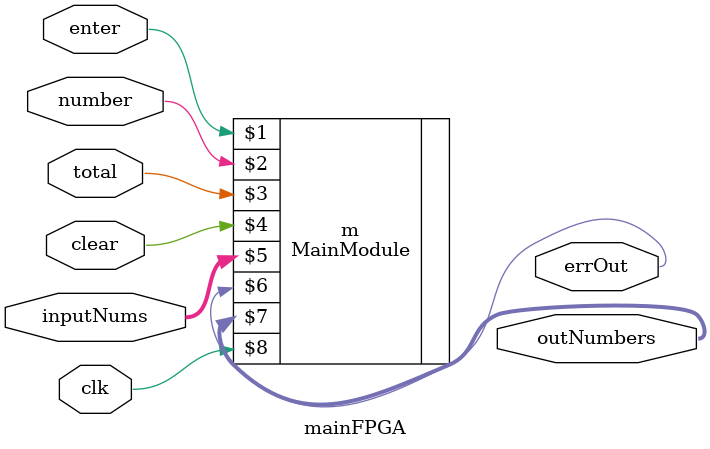
<source format=v>

module mainFPGA
(
// {ALTERA_ARGS_BEGIN} DO NOT REMOVE THIS LINE!

	clear,
	clk,
	enter,
	errOut,
	inputNums,
	number,
	outNumbers,
	total
// {ALTERA_ARGS_END} DO NOT REMOVE THIS LINE!

);

// {ALTERA_IO_BEGIN} DO NOT REMOVE THIS LINE!
input			clear;
input			clk;
input			enter;
output			errOut;
input	[9:0]	inputNums;
input			number;
output	[55:0]	outNumbers;
input			total;

// {ALTERA_IO_END} DO NOT REMOVE THIS LINE!
// {ALTERA_MODULE_BEGIN} DO NOT REMOVE THIS LINE!
MainModule m(enter, number, total, clear, inputNums, errOut, outNumbers, clk);
// {ALTERA_MODULE_END} DO NOT REMOVE THIS LINE!
endmodule

</source>
